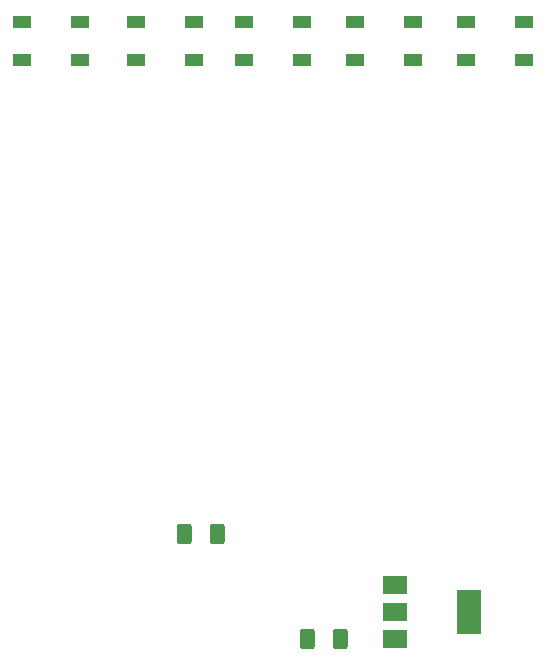
<source format=gbr>
G04 #@! TF.GenerationSoftware,KiCad,Pcbnew,(5.1.2-1)-1*
G04 #@! TF.CreationDate,2019-10-09T15:23:33+01:00*
G04 #@! TF.ProjectId,PixlVBoard,5069786c-5642-46f6-9172-642e6b696361,rev?*
G04 #@! TF.SameCoordinates,Original*
G04 #@! TF.FileFunction,Paste,Top*
G04 #@! TF.FilePolarity,Positive*
%FSLAX46Y46*%
G04 Gerber Fmt 4.6, Leading zero omitted, Abs format (unit mm)*
G04 Created by KiCad (PCBNEW (5.1.2-1)-1) date 2019-10-09 15:23:33*
%MOMM*%
%LPD*%
G04 APERTURE LIST*
%ADD10C,0.150000*%
%ADD11C,1.250000*%
%ADD12R,2.000000X1.500000*%
%ADD13R,2.000000X3.800000*%
%ADD14R,1.500000X1.000000*%
G04 APERTURE END LIST*
D10*
G36*
X184933504Y-100827804D02*
G01*
X184957773Y-100831404D01*
X184981571Y-100837365D01*
X185004671Y-100845630D01*
X185026849Y-100856120D01*
X185047893Y-100868733D01*
X185067598Y-100883347D01*
X185085777Y-100899823D01*
X185102253Y-100918002D01*
X185116867Y-100937707D01*
X185129480Y-100958751D01*
X185139970Y-100980929D01*
X185148235Y-101004029D01*
X185154196Y-101027827D01*
X185157796Y-101052096D01*
X185159000Y-101076600D01*
X185159000Y-102326600D01*
X185157796Y-102351104D01*
X185154196Y-102375373D01*
X185148235Y-102399171D01*
X185139970Y-102422271D01*
X185129480Y-102444449D01*
X185116867Y-102465493D01*
X185102253Y-102485198D01*
X185085777Y-102503377D01*
X185067598Y-102519853D01*
X185047893Y-102534467D01*
X185026849Y-102547080D01*
X185004671Y-102557570D01*
X184981571Y-102565835D01*
X184957773Y-102571796D01*
X184933504Y-102575396D01*
X184909000Y-102576600D01*
X184159000Y-102576600D01*
X184134496Y-102575396D01*
X184110227Y-102571796D01*
X184086429Y-102565835D01*
X184063329Y-102557570D01*
X184041151Y-102547080D01*
X184020107Y-102534467D01*
X184000402Y-102519853D01*
X183982223Y-102503377D01*
X183965747Y-102485198D01*
X183951133Y-102465493D01*
X183938520Y-102444449D01*
X183928030Y-102422271D01*
X183919765Y-102399171D01*
X183913804Y-102375373D01*
X183910204Y-102351104D01*
X183909000Y-102326600D01*
X183909000Y-101076600D01*
X183910204Y-101052096D01*
X183913804Y-101027827D01*
X183919765Y-101004029D01*
X183928030Y-100980929D01*
X183938520Y-100958751D01*
X183951133Y-100937707D01*
X183965747Y-100918002D01*
X183982223Y-100899823D01*
X184000402Y-100883347D01*
X184020107Y-100868733D01*
X184041151Y-100856120D01*
X184063329Y-100845630D01*
X184086429Y-100837365D01*
X184110227Y-100831404D01*
X184134496Y-100827804D01*
X184159000Y-100826600D01*
X184909000Y-100826600D01*
X184933504Y-100827804D01*
X184933504Y-100827804D01*
G37*
D11*
X184534000Y-101701600D03*
D10*
G36*
X182133504Y-100827804D02*
G01*
X182157773Y-100831404D01*
X182181571Y-100837365D01*
X182204671Y-100845630D01*
X182226849Y-100856120D01*
X182247893Y-100868733D01*
X182267598Y-100883347D01*
X182285777Y-100899823D01*
X182302253Y-100918002D01*
X182316867Y-100937707D01*
X182329480Y-100958751D01*
X182339970Y-100980929D01*
X182348235Y-101004029D01*
X182354196Y-101027827D01*
X182357796Y-101052096D01*
X182359000Y-101076600D01*
X182359000Y-102326600D01*
X182357796Y-102351104D01*
X182354196Y-102375373D01*
X182348235Y-102399171D01*
X182339970Y-102422271D01*
X182329480Y-102444449D01*
X182316867Y-102465493D01*
X182302253Y-102485198D01*
X182285777Y-102503377D01*
X182267598Y-102519853D01*
X182247893Y-102534467D01*
X182226849Y-102547080D01*
X182204671Y-102557570D01*
X182181571Y-102565835D01*
X182157773Y-102571796D01*
X182133504Y-102575396D01*
X182109000Y-102576600D01*
X181359000Y-102576600D01*
X181334496Y-102575396D01*
X181310227Y-102571796D01*
X181286429Y-102565835D01*
X181263329Y-102557570D01*
X181241151Y-102547080D01*
X181220107Y-102534467D01*
X181200402Y-102519853D01*
X181182223Y-102503377D01*
X181165747Y-102485198D01*
X181151133Y-102465493D01*
X181138520Y-102444449D01*
X181128030Y-102422271D01*
X181119765Y-102399171D01*
X181113804Y-102375373D01*
X181110204Y-102351104D01*
X181109000Y-102326600D01*
X181109000Y-101076600D01*
X181110204Y-101052096D01*
X181113804Y-101027827D01*
X181119765Y-101004029D01*
X181128030Y-100980929D01*
X181138520Y-100958751D01*
X181151133Y-100937707D01*
X181165747Y-100918002D01*
X181182223Y-100899823D01*
X181200402Y-100883347D01*
X181220107Y-100868733D01*
X181241151Y-100856120D01*
X181263329Y-100845630D01*
X181286429Y-100837365D01*
X181310227Y-100831404D01*
X181334496Y-100827804D01*
X181359000Y-100826600D01*
X182109000Y-100826600D01*
X182133504Y-100827804D01*
X182133504Y-100827804D01*
G37*
D11*
X181734000Y-101701600D03*
D10*
G36*
X192547504Y-109717804D02*
G01*
X192571773Y-109721404D01*
X192595571Y-109727365D01*
X192618671Y-109735630D01*
X192640849Y-109746120D01*
X192661893Y-109758733D01*
X192681598Y-109773347D01*
X192699777Y-109789823D01*
X192716253Y-109808002D01*
X192730867Y-109827707D01*
X192743480Y-109848751D01*
X192753970Y-109870929D01*
X192762235Y-109894029D01*
X192768196Y-109917827D01*
X192771796Y-109942096D01*
X192773000Y-109966600D01*
X192773000Y-111216600D01*
X192771796Y-111241104D01*
X192768196Y-111265373D01*
X192762235Y-111289171D01*
X192753970Y-111312271D01*
X192743480Y-111334449D01*
X192730867Y-111355493D01*
X192716253Y-111375198D01*
X192699777Y-111393377D01*
X192681598Y-111409853D01*
X192661893Y-111424467D01*
X192640849Y-111437080D01*
X192618671Y-111447570D01*
X192595571Y-111455835D01*
X192571773Y-111461796D01*
X192547504Y-111465396D01*
X192523000Y-111466600D01*
X191773000Y-111466600D01*
X191748496Y-111465396D01*
X191724227Y-111461796D01*
X191700429Y-111455835D01*
X191677329Y-111447570D01*
X191655151Y-111437080D01*
X191634107Y-111424467D01*
X191614402Y-111409853D01*
X191596223Y-111393377D01*
X191579747Y-111375198D01*
X191565133Y-111355493D01*
X191552520Y-111334449D01*
X191542030Y-111312271D01*
X191533765Y-111289171D01*
X191527804Y-111265373D01*
X191524204Y-111241104D01*
X191523000Y-111216600D01*
X191523000Y-109966600D01*
X191524204Y-109942096D01*
X191527804Y-109917827D01*
X191533765Y-109894029D01*
X191542030Y-109870929D01*
X191552520Y-109848751D01*
X191565133Y-109827707D01*
X191579747Y-109808002D01*
X191596223Y-109789823D01*
X191614402Y-109773347D01*
X191634107Y-109758733D01*
X191655151Y-109746120D01*
X191677329Y-109735630D01*
X191700429Y-109727365D01*
X191724227Y-109721404D01*
X191748496Y-109717804D01*
X191773000Y-109716600D01*
X192523000Y-109716600D01*
X192547504Y-109717804D01*
X192547504Y-109717804D01*
G37*
D11*
X192148000Y-110591600D03*
D10*
G36*
X195347504Y-109717804D02*
G01*
X195371773Y-109721404D01*
X195395571Y-109727365D01*
X195418671Y-109735630D01*
X195440849Y-109746120D01*
X195461893Y-109758733D01*
X195481598Y-109773347D01*
X195499777Y-109789823D01*
X195516253Y-109808002D01*
X195530867Y-109827707D01*
X195543480Y-109848751D01*
X195553970Y-109870929D01*
X195562235Y-109894029D01*
X195568196Y-109917827D01*
X195571796Y-109942096D01*
X195573000Y-109966600D01*
X195573000Y-111216600D01*
X195571796Y-111241104D01*
X195568196Y-111265373D01*
X195562235Y-111289171D01*
X195553970Y-111312271D01*
X195543480Y-111334449D01*
X195530867Y-111355493D01*
X195516253Y-111375198D01*
X195499777Y-111393377D01*
X195481598Y-111409853D01*
X195461893Y-111424467D01*
X195440849Y-111437080D01*
X195418671Y-111447570D01*
X195395571Y-111455835D01*
X195371773Y-111461796D01*
X195347504Y-111465396D01*
X195323000Y-111466600D01*
X194573000Y-111466600D01*
X194548496Y-111465396D01*
X194524227Y-111461796D01*
X194500429Y-111455835D01*
X194477329Y-111447570D01*
X194455151Y-111437080D01*
X194434107Y-111424467D01*
X194414402Y-111409853D01*
X194396223Y-111393377D01*
X194379747Y-111375198D01*
X194365133Y-111355493D01*
X194352520Y-111334449D01*
X194342030Y-111312271D01*
X194333765Y-111289171D01*
X194327804Y-111265373D01*
X194324204Y-111241104D01*
X194323000Y-111216600D01*
X194323000Y-109966600D01*
X194324204Y-109942096D01*
X194327804Y-109917827D01*
X194333765Y-109894029D01*
X194342030Y-109870929D01*
X194352520Y-109848751D01*
X194365133Y-109827707D01*
X194379747Y-109808002D01*
X194396223Y-109789823D01*
X194414402Y-109773347D01*
X194434107Y-109758733D01*
X194455151Y-109746120D01*
X194477329Y-109735630D01*
X194500429Y-109727365D01*
X194524227Y-109721404D01*
X194548496Y-109717804D01*
X194573000Y-109716600D01*
X195323000Y-109716600D01*
X195347504Y-109717804D01*
X195347504Y-109717804D01*
G37*
D11*
X194948000Y-110591600D03*
D12*
X199542000Y-106005600D03*
X199542000Y-110605600D03*
X199542000Y-108305600D03*
D13*
X205842000Y-108305600D03*
D14*
X172884000Y-61544000D03*
X172884000Y-58344000D03*
X167984000Y-61544000D03*
X167984000Y-58344000D03*
X210476000Y-61544000D03*
X210476000Y-58344000D03*
X205576000Y-61544000D03*
X205576000Y-58344000D03*
X201078000Y-61544000D03*
X201078000Y-58344000D03*
X196178000Y-61544000D03*
X196178000Y-58344000D03*
X191680000Y-61544000D03*
X191680000Y-58344000D03*
X186780000Y-61544000D03*
X186780000Y-58344000D03*
X177636000Y-58344000D03*
X177636000Y-61544000D03*
X182536000Y-58344000D03*
X182536000Y-61544000D03*
M02*

</source>
